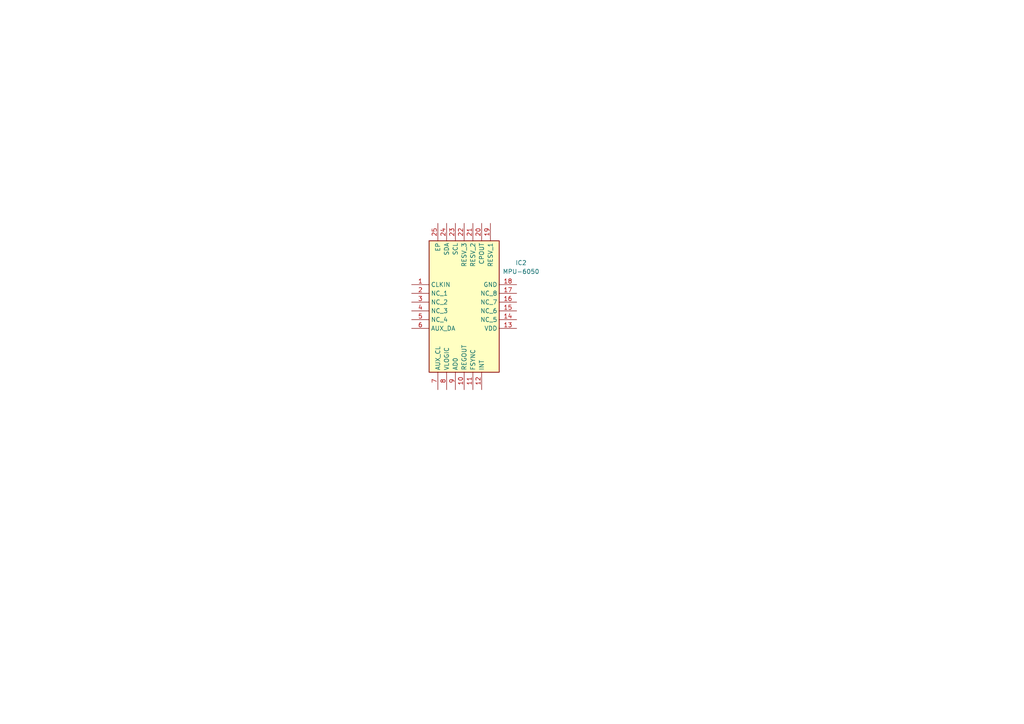
<source format=kicad_sch>
(kicad_sch (version 20231120) (generator "eeschema") (generator_version "8.0")
  (paper "A4")
  (lib_symbols
    (symbol "SamacSys_Parts:MPU-6050"
      (property "Reference" "IC" (at 26.67 17.78 0))
      (property "Value" "MPU-6050" (at 26.67 15.24 0))
      (symbol "MPU-6050_1_1"
        (rectangle (start 5.08 12.7) (end 25.4 -25.4) (stroke (width 0.254)) (fill (type background)))
        (pin passive line (at 0 0 0) (length 5.08) (name "CLKIN") (number "1"))
        (pin passive line (at 15.24 -30.48 90) (length 5.08) (name "REGOUT") (number "10"))
        (pin passive line (at 17.78 -30.48 90) (length 5.08) (name "FSYNC") (number "11"))
        (pin passive line (at 20.32 -30.48 90) (length 5.08) (name "INT") (number "12"))
        (pin passive line (at 30.48 -12.7 180) (length 5.08) (name "VDD") (number "13"))
        (pin passive line (at 30.48 -10.16 180) (length 5.08) (name "NC_5") (number "14"))
        (pin passive line (at 30.48 -7.62 180) (length 5.08) (name "NC_6") (number "15"))
        (pin passive line (at 30.48 -5.08 180) (length 5.08) (name "NC_7") (number "16"))
        (pin passive line (at 30.48 -2.54 180) (length 5.08) (name "NC_8") (number "17"))
        (pin passive line (at 30.48 0 180) (length 5.08) (name "GND") (number "18"))
        (pin passive line (at 22.86 17.78 270) (length 5.08) (name "RESV_1") (number "19"))
        (pin passive line (at 0 -2.54 0) (length 5.08) (name "NC_1") (number "2"))
        (pin passive line (at 20.32 17.78 270) (length 5.08) (name "CPOUT") (number "20"))
        (pin passive line (at 17.78 17.78 270) (length 5.08) (name "RESV_2") (number "21"))
        (pin passive line (at 15.24 17.78 270) (length 5.08) (name "RESV_3") (number "22"))
        (pin passive line (at 12.7 17.78 270) (length 5.08) (name "SCL") (number "23"))
        (pin passive line (at 10.16 17.78 270) (length 5.08) (name "SDA") (number "24"))
        (pin passive line (at 7.62 17.78 270) (length 5.08) (name "EP") (number "25"))
        (pin passive line (at 0 -5.08 0) (length 5.08) (name "NC_2") (number "3"))
        (pin passive line (at 0 -7.62 0) (length 5.08) (name "NC_3") (number "4"))
        (pin passive line (at 0 -10.16 0) (length 5.08) (name "NC_4") (number "5"))
        (pin passive line (at 0 -12.7 0) (length 5.08) (name "AUX_DA") (number "6"))
        (pin passive line (at 7.62 -30.48 90) (length 5.08) (name "AUX_CL") (number "7"))
        (pin passive line (at 10.16 -30.48 90) (length 5.08) (name "VLOGIC") (number "8"))
        (pin passive line (at 12.7 -30.48 90) (length 5.08) (name "AD0") (number "9"))
      )
    )
  )
  (symbol (lib_id "SamacSys_Parts:MPU-6050") (at 119.38 82.55 0) (unit 1)
    (property "Reference" "IC2" (at 151.13 76.2314 0))
    (property "Value" "MPU-6050" (at 151.13 78.7714 0))
    (property "Footprint" "SamacSys_Parts:MPU6050" (effects (hide yes)))
    (property "Datasheet" "https://product.tdk.com/system/files/dam/doc/product/sensor/mortion-inertial/imu/data_sheet/mpu-6000-datasheet1.pdf" (effects (hide yes)))
    (property "Description" "IMUs - Inertial Measurement Units 6-Axis MEMS MotionTracking  Device with DMP" (effects (hide yes)))
    (property "Height" "0.95" (effects (hide yes)))
    (property "Mouser Part Number" "410-MPU-6050" (effects (hide yes)))
    (property "Mouser Price/Stock" "https://www.mouser.co.uk/ProductDetail/TDK-InvenSense/MPU-6050?qs=u4fy%2FsgLU9O14B5JgyQFvg%3D%3D" (effects (hide yes)))
    (property "Manufacturer_Name" "TDK" (effects (hide yes)))
    (property "Manufacturer_Part_Number" "MPU-6050" (effects (hide yes)))
  )
)
</source>
